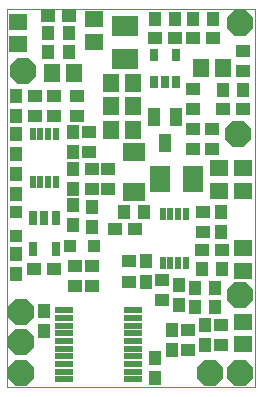
<source format=gts>
G75*
%MOIN*%
%OFA0B0*%
%FSLAX24Y24*%
%IPPOS*%
%LPD*%
%AMOC8*
5,1,8,0,0,1.08239X$1,22.5*
%
%ADD10C,0.0000*%
%ADD11R,0.0217X0.0434*%
%ADD12R,0.0473X0.0434*%
%ADD13R,0.0434X0.0473*%
%ADD14R,0.0670X0.0906*%
%ADD15R,0.0276X0.0394*%
%ADD16R,0.0631X0.0552*%
%ADD17R,0.0552X0.0631*%
%ADD18R,0.0906X0.0670*%
%ADD19R,0.0257X0.0512*%
%ADD20R,0.0434X0.0434*%
%ADD21R,0.0434X0.0591*%
%ADD22R,0.0749X0.0591*%
%ADD23OC8,0.0890*%
%ADD24R,0.0631X0.0197*%
D10*
X001917Y001425D02*
X001917Y014023D01*
X010185Y014023D01*
X010185Y001425D01*
X001917Y001425D01*
D11*
X002793Y008256D03*
X003049Y008256D03*
X003305Y008256D03*
X003561Y008256D03*
X003561Y009870D03*
X003305Y009870D03*
X003049Y009870D03*
X002793Y009870D03*
X007124Y007193D03*
X007380Y007193D03*
X007635Y007193D03*
X007891Y007193D03*
X007891Y005578D03*
X007635Y005578D03*
X007380Y005578D03*
X007124Y005578D03*
D12*
X007114Y004988D03*
X007114Y004319D03*
X007980Y003334D03*
X007980Y002665D03*
X009082Y002823D03*
X009082Y003492D03*
X009102Y005992D03*
X008433Y005992D03*
X008452Y006602D03*
X008452Y007271D03*
X008137Y009358D03*
X008137Y010027D03*
X008137Y010697D03*
X008137Y011366D03*
X009141Y010716D03*
X008767Y010027D03*
X008767Y009358D03*
X009811Y010716D03*
X009791Y011956D03*
X009791Y012626D03*
X008787Y013078D03*
X008118Y013078D03*
X007527Y013078D03*
X006858Y013078D03*
X004673Y009949D03*
X004279Y010460D03*
X004279Y011130D03*
X003492Y011130D03*
X003492Y010460D03*
X002862Y010460D03*
X002862Y011130D03*
X004673Y009279D03*
X004752Y008689D03*
X004752Y008019D03*
X005303Y008019D03*
X005303Y008689D03*
X005519Y006701D03*
X006189Y006701D03*
X006011Y005618D03*
X006011Y004949D03*
X004752Y004791D03*
X004752Y005460D03*
X004200Y005460D03*
X004200Y004791D03*
X003511Y005362D03*
X002842Y005362D03*
X003315Y013787D03*
X003984Y013787D03*
D13*
X003984Y013236D03*
X003984Y012606D03*
X003315Y012606D03*
X003315Y013236D03*
X002232Y011130D03*
X002232Y010460D03*
X002232Y009870D03*
X002232Y009201D03*
X002232Y008531D03*
X002232Y007862D03*
X002232Y005854D03*
X002232Y005185D03*
X003177Y003964D03*
X003177Y003295D03*
X004122Y006838D03*
X004122Y007508D03*
X004122Y008019D03*
X004122Y008689D03*
X004122Y009279D03*
X004122Y009949D03*
X004752Y007429D03*
X004752Y006760D03*
X005834Y007252D03*
X006504Y007252D03*
X006563Y005618D03*
X006563Y004949D03*
X007665Y004830D03*
X007665Y004161D03*
X008196Y004102D03*
X008196Y004732D03*
X008433Y005362D03*
X008866Y004732D03*
X008866Y004102D03*
X008531Y003492D03*
X008531Y002823D03*
X007429Y002665D03*
X007429Y003334D03*
X006878Y002390D03*
X006878Y001720D03*
X009102Y005362D03*
X009082Y006602D03*
X009082Y007271D03*
X009141Y011346D03*
X009811Y011346D03*
X008787Y013708D03*
X008118Y013708D03*
X007527Y013708D03*
X006858Y013708D03*
D14*
X007035Y008354D03*
X008137Y008354D03*
D15*
X007567Y011602D03*
X007193Y011602D03*
X006819Y011602D03*
X006819Y012508D03*
X007567Y012508D03*
D16*
X004830Y012941D03*
X004830Y013689D03*
X002311Y013610D03*
X002311Y012862D03*
X009004Y008728D03*
X009004Y007980D03*
X009791Y007980D03*
X009791Y008728D03*
X009791Y006051D03*
X009791Y005303D03*
X009791Y003610D03*
X009791Y002862D03*
D17*
X006149Y010008D03*
X006149Y010795D03*
X006149Y011582D03*
X005401Y011582D03*
X005401Y010795D03*
X005401Y010008D03*
X004181Y011897D03*
X003433Y011897D03*
X008393Y012055D03*
X009141Y012055D03*
D18*
X005854Y012370D03*
X005854Y013472D03*
D19*
X003551Y007055D03*
X003177Y007055D03*
X002803Y007055D03*
X002803Y006031D03*
X003551Y006031D03*
D20*
X004043Y006149D03*
X004830Y006149D03*
X002232Y006464D03*
X002232Y007252D03*
D21*
X006819Y010441D03*
X007193Y009575D03*
X007567Y010441D03*
D22*
X006169Y009260D03*
X006169Y007921D03*
D23*
X009633Y009850D03*
X009712Y013551D03*
X009712Y004496D03*
X009712Y001897D03*
X008689Y001897D03*
X002389Y001897D03*
X002389Y002921D03*
X002389Y003945D03*
X002468Y011976D03*
D24*
X003836Y003994D03*
X003836Y003738D03*
X003836Y003482D03*
X003836Y003226D03*
X003836Y002970D03*
X003836Y002714D03*
X003836Y002458D03*
X003836Y002202D03*
X003836Y001947D03*
X003836Y001691D03*
X006139Y001691D03*
X006139Y001947D03*
X006139Y002202D03*
X006139Y002458D03*
X006139Y002714D03*
X006139Y002970D03*
X006139Y003226D03*
X006139Y003482D03*
X006139Y003738D03*
X006139Y003994D03*
M02*

</source>
